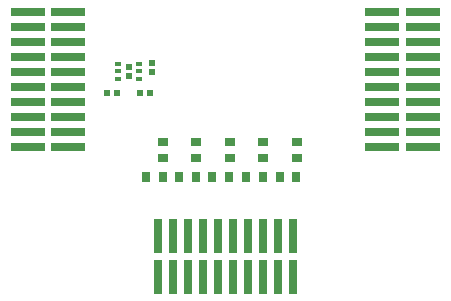
<source format=gtp>
G04 #@! TF.FileFunction,Paste,Top*
%FSLAX46Y46*%
G04 Gerber Fmt 4.6, Leading zero omitted, Abs format (unit mm)*
G04 Created by KiCad (PCBNEW 4.0.2+e4-6225~38~ubuntu14.04.1-stable) date Mon 27 Jun 2016 21:44:47 BST*
%MOMM*%
G01*
G04 APERTURE LIST*
%ADD10C,0.100000*%
%ADD11R,2.920000X0.740000*%
%ADD12R,0.740000X2.920000*%
%ADD13R,0.900000X0.750000*%
%ADD14R,0.750000X0.900000*%
%ADD15R,0.520000X0.520000*%
%ADD16R,0.470000X0.400000*%
%ADD17R,0.502000X0.502000*%
G04 APERTURE END LIST*
D10*
D11*
X83285000Y-94285000D03*
X86715000Y-94285000D03*
X83285000Y-95555000D03*
X86715000Y-95555000D03*
X83285000Y-96825000D03*
X86715000Y-96825000D03*
X83285000Y-98095000D03*
X86715000Y-98095000D03*
X83285000Y-99365000D03*
X86715000Y-99365000D03*
X83285000Y-100635000D03*
X86715000Y-100635000D03*
X83285000Y-101905000D03*
X86715000Y-101905000D03*
X83285000Y-103175000D03*
X86715000Y-103175000D03*
X83285000Y-104445000D03*
X86715000Y-104445000D03*
X83285000Y-105715000D03*
X86715000Y-105715000D03*
X113285000Y-94285000D03*
X116715000Y-94285000D03*
X113285000Y-95555000D03*
X116715000Y-95555000D03*
X113285000Y-96825000D03*
X116715000Y-96825000D03*
X113285000Y-98095000D03*
X116715000Y-98095000D03*
X113285000Y-99365000D03*
X116715000Y-99365000D03*
X113285000Y-100635000D03*
X116715000Y-100635000D03*
X113285000Y-101905000D03*
X116715000Y-101905000D03*
X113285000Y-103175000D03*
X116715000Y-103175000D03*
X113285000Y-104445000D03*
X116715000Y-104445000D03*
X113285000Y-105715000D03*
X116715000Y-105715000D03*
D12*
X94285000Y-116715000D03*
X94285000Y-113285000D03*
X95555000Y-116715000D03*
X95555000Y-113285000D03*
X96825000Y-116715000D03*
X96825000Y-113285000D03*
X98095000Y-116715000D03*
X98095000Y-113285000D03*
X99365000Y-116715000D03*
X99365000Y-113285000D03*
X100635000Y-116715000D03*
X100635000Y-113285000D03*
X101905000Y-116715000D03*
X101905000Y-113285000D03*
X103175000Y-116715000D03*
X103175000Y-113285000D03*
X104445000Y-116715000D03*
X104445000Y-113285000D03*
X105715000Y-116715000D03*
X105715000Y-113285000D03*
D13*
X100350000Y-106700000D03*
X100350000Y-105300000D03*
X94750000Y-106700000D03*
X94750000Y-105300000D03*
X103200000Y-106700000D03*
X103200000Y-105300000D03*
X97550000Y-106700000D03*
X97550000Y-105300000D03*
X106100000Y-106700000D03*
X106100000Y-105300000D03*
D14*
X100300000Y-108300000D03*
X98900000Y-108300000D03*
X94700000Y-108300000D03*
X93300000Y-108300000D03*
X103150000Y-108300000D03*
X101750000Y-108300000D03*
X97500000Y-108300000D03*
X96100000Y-108300000D03*
X106000000Y-108300000D03*
X104600000Y-108300000D03*
D15*
X90000000Y-101200000D03*
X90800000Y-101200000D03*
X93600000Y-101200000D03*
X92800000Y-101200000D03*
D16*
X92715000Y-99999999D03*
X92715000Y-99349999D03*
X92715000Y-98699999D03*
X90885000Y-98699999D03*
X90885000Y-99349999D03*
X90885000Y-99999999D03*
D17*
X91800000Y-99699999D03*
X91800000Y-98999999D03*
D15*
X93818334Y-99400000D03*
X93818334Y-98600000D03*
M02*

</source>
